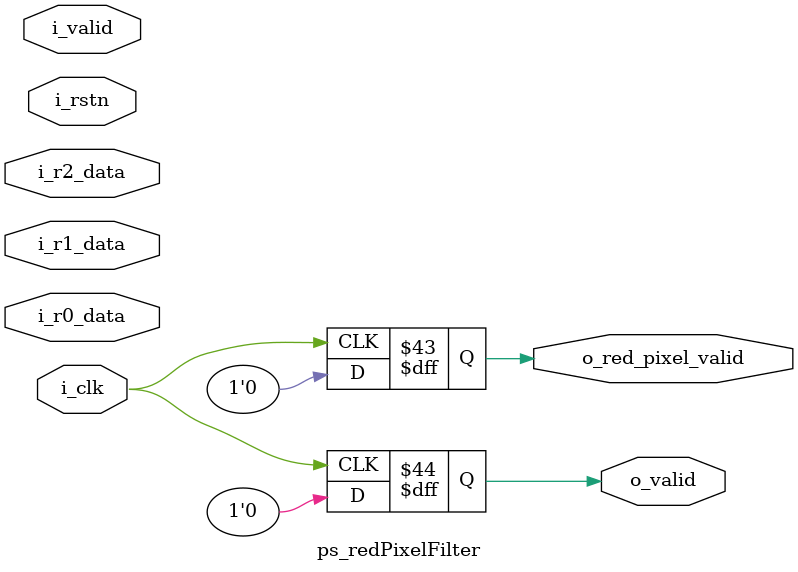
<source format=v>
`timescale 1ns / 1ps


module ps_redPixelFilter(
    input wire i_clk,
    input wire i_rstn,
    
    input wire [2:0] i_r0_data,
    input wire [2:0] i_r1_data, 
    input wire [2:0] i_r2_data,
    input wire       i_valid,

    // output interface
    output reg         o_red_pixel_valid,    
    output reg         o_valid    // valid flag
    );
    
    reg [8:0] kernel;
    
    wire [2:0] sum;
    assign sum  = kernel[0] + kernel[1] + kernel[2] + kernel[3] + kernel[5] + kernel[6] + kernel[7] + kernel[8];
    
    always@(posedge i_clk)begin
        if (~i_rstn)begin
            kernel <= 9'b0;
            o_red_pixel_valid <= 0;
            o_valid <= 0;
        end
        else begin
            
            kernel [0] <= i_r0_data[0];
            kernel [1] <= i_r0_data[1];
            kernel [2] <= i_r0_data[2];
            kernel [3] <= i_r1_data[0];
            kernel [4] <= i_r1_data[1];
            kernel [5] <= i_r1_data[2];
            kernel [6] <= i_r2_data[0];
            kernel [7] <= i_r2_data[1];
            kernel [8] <= i_r2_data[2];
            
            if ( i_valid)begin
                if (kernel[4] && (sum >= 3'd5))begin
                    o_red_pixel_valid <= 1'b1;
                    o_valid <= 1'b1;
                end
            
                else begin
                    o_red_pixel_valid <= 0;
                    o_valid <= 1'b1;
                end
            end
         o_red_pixel_valid <= 0;
         o_valid <= 0;
            
        end         
    end    
endmodule

</source>
